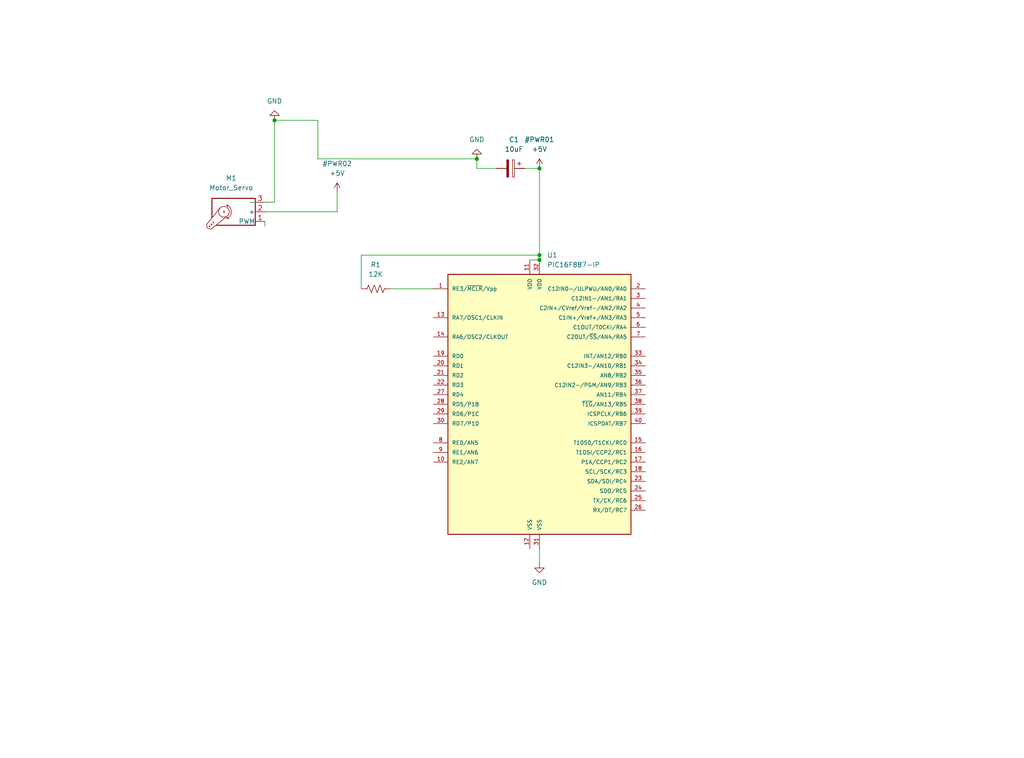
<source format=kicad_sch>
(kicad_sch (version 20230121) (generator eeschema)
  (paper "User" 270.002 200)
  (title_block (title "Basic Servo Controll with PIC16F887") (company "Ricardo Lima Caratti"))
  (lib_symbols
    (symbol "Device:C_Polarized" (pin_numbers hide) (pin_names (offset 0.254))
      (property "Reference" "C" (at 0.635 2.54 0))
      (property "Value" "C_Polarized" (at 0.635 -2.54 0))
      (symbol "C_Polarized_0_1"
        (rectangle (start -2.286 0.508) (end 2.286 1.016))
        (polyline (pts (xy -1.778 2.286) (xy -0.762 2.286)))
        (polyline (pts (xy -1.27 2.794) (xy -1.27 1.778)))
        (rectangle (start 2.286 -0.508) (end -2.286 -1.016) (fill (type outline)))
      )
      (symbol "C_Polarized_1_1"
        (pin passive line (at 0 3.81 270) (length 2.794) (name "~") (number "1"))
        (pin passive line (at 0 -3.81 90) (length 2.794) (name "~") (number "2"))
      )
    )
    (symbol "Device:R_US" (pin_numbers hide) (pin_names (offset 0))
      (property "Reference" "R" (at 2.54 0 90))
      (property "Value" "R_US" (at -2.54 0 90))
      (symbol "R_US_0_1"
        (polyline (pts (xy 0 -2.286) (xy 0 -2.54)))
        (polyline (pts (xy 0 2.286) (xy 0 2.54)))
        (polyline (pts (xy 0 -0.762) (xy 1.016 -1.143) (xy 0 -1.524) (xy -1.016 -1.905) (xy 0 -2.286)))
        (polyline (pts (xy 0 0.762) (xy 1.016 0.381) (xy 0 0) (xy -1.016 -0.381) (xy 0 -0.762)))
        (polyline (pts (xy 0 2.286) (xy 1.016 1.905) (xy 0 1.524) (xy -1.016 1.143) (xy 0 0.762)))
      )
      (symbol "R_US_1_1"
        (pin passive line (at 0 3.81 270) (length 1.27) (name "~") (number "1"))
        (pin passive line (at 0 -3.81 90) (length 1.27) (name "~") (number "2"))
      )
    )
    (symbol "MCU_Microchip_PIC16:PIC16F887-IP" (pin_names (offset 1.016))
      (property "Reference" "U" (at 6.35 38.1 0))
      (property "Value" "PIC16F887-IP" (at 6.35 35.56 0))
      (symbol "PIC16F887-IP_0_1"
        (rectangle (start -24.13 -34.29) (end 24.13 34.29) (stroke (width 0.254)) (fill (type background)))
      )
      (symbol "PIC16F887-IP_1_1"
        (pin input line (at -27.94 30.48 0) (length 3.81) (name "RE3/~{MCLR}/Vpp") (number "1"))
        (pin bidirectional line (at -27.94 -15.24 0) (length 3.81) (name "RE2/AN7") (number "10"))
        (pin power_in line (at -2.54 38.1 270) (length 3.81) (name "VDD") (number "11"))
        (pin power_in line (at -2.54 -38.1 90) (length 3.81) (name "VSS") (number "12"))
        (pin bidirectional line (at -27.94 22.86 0) (length 3.81) (name "RA7/OSC1/CLKIN") (number "13"))
        (pin bidirectional line (at -27.94 17.78 0) (length 3.81) (name "RA6/OSC2/CLKOUT") (number "14"))
        (pin bidirectional line (at 27.94 -10.16 180) (length 3.81) (name "T10S0/T1CKI/RC0") (number "15"))
        (pin bidirectional line (at 27.94 -12.7 180) (length 3.81) (name "T1OSI/CCP2/RC1") (number "16"))
        (pin bidirectional line (at 27.94 -15.24 180) (length 3.81) (name "P1A/CCP1/RC2") (number "17"))
        (pin bidirectional line (at 27.94 -17.78 180) (length 3.81) (name "SCL/SCK/RC3") (number "18"))
        (pin bidirectional line (at -27.94 12.7 0) (length 3.81) (name "RD0") (number "19"))
        (pin bidirectional line (at 27.94 30.48 180) (length 3.81) (name "C12IN0-/ULPWU/AN0/RA0") (number "2"))
        (pin bidirectional line (at -27.94 10.16 0) (length 3.81) (name "RD1") (number "20"))
        (pin bidirectional line (at -27.94 7.62 0) (length 3.81) (name "RD2") (number "21"))
        (pin bidirectional line (at -27.94 5.08 0) (length 3.81) (name "RD3") (number "22"))
        (pin bidirectional line (at 27.94 -20.32 180) (length 3.81) (name "SDA/SDI/RC4") (number "23"))
        (pin bidirectional line (at 27.94 -22.86 180) (length 3.81) (name "SDO/RC5") (number "24"))
        (pin bidirectional line (at 27.94 -25.4 180) (length 3.81) (name "TX/CK/RC6") (number "25"))
        (pin bidirectional line (at 27.94 -27.94 180) (length 3.81) (name "RX/DT/RC7") (number "26"))
        (pin bidirectional line (at -27.94 2.54 0) (length 3.81) (name "RD4") (number "27"))
        (pin bidirectional line (at -27.94 0 0) (length 3.81) (name "RD5/P1B") (number "28"))
        (pin bidirectional line (at -27.94 -2.54 0) (length 3.81) (name "RD6/P1C") (number "29"))
        (pin bidirectional line (at 27.94 27.94 180) (length 3.81) (name "C12IN1-/AN1/RA1") (number "3"))
        (pin bidirectional line (at -27.94 -5.08 0) (length 3.81) (name "RD7/P1D") (number "30"))
        (pin power_in line (at 0 -38.1 90) (length 3.81) (name "VSS") (number "31"))
        (pin power_in line (at 0 38.1 270) (length 3.81) (name "VDD") (number "32"))
        (pin bidirectional line (at 27.94 12.7 180) (length 3.81) (name "INT/AN12/RB0") (number "33"))
        (pin bidirectional line (at 27.94 10.16 180) (length 3.81) (name "C12IN3-/AN10/RB1") (number "34"))
        (pin bidirectional line (at 27.94 7.62 180) (length 3.81) (name "AN8/RB2") (number "35"))
        (pin bidirectional line (at 27.94 5.08 180) (length 3.81) (name "C12IN2-/PGM/AN9/RB3") (number "36"))
        (pin bidirectional line (at 27.94 2.54 180) (length 3.81) (name "AN11/RB4") (number "37"))
        (pin bidirectional line (at 27.94 0 180) (length 3.81) (name "~{T1G}/AN13/RB5") (number "38"))
        (pin bidirectional line (at 27.94 -2.54 180) (length 3.81) (name "ICSPCLK/RB6") (number "39"))
        (pin bidirectional line (at 27.94 25.4 180) (length 3.81) (name "C2IN+/CVref/Vref-/AN2/RA2") (number "4"))
        (pin bidirectional line (at 27.94 -5.08 180) (length 3.81) (name "ICSPDAT/RB7") (number "40"))
        (pin bidirectional line (at 27.94 22.86 180) (length 3.81) (name "C1IN+/Vref+/AN3/RA3") (number "5"))
        (pin bidirectional line (at 27.94 20.32 180) (length 3.81) (name "C1OUT/T0CKI/RA4") (number "6"))
        (pin bidirectional line (at 27.94 17.78 180) (length 3.81) (name "C2OUT/~{SS}/AN4/RA5") (number "7"))
        (pin bidirectional line (at -27.94 -10.16 0) (length 3.81) (name "RE0/AN5") (number "8"))
        (pin bidirectional line (at -27.94 -12.7 0) (length 3.81) (name "RE1/AN6") (number "9"))
      )
    )
    (symbol "Motor:Motor_Servo" (pin_names (offset 0.0254))
      (property "Reference" "M" (at -5.08 4.445 0))
      (property "Value" "Motor_Servo" (at -5.08 -4.064 0))
      (symbol "Motor_Servo_0_1"
        (polyline (pts (xy 2.413 -1.778) (xy 2.032 -1.778)))
        (polyline (pts (xy 2.413 -1.778) (xy 2.286 -1.397)))
        (polyline (pts (xy 2.413 1.778) (xy 1.905 1.778)))
        (polyline (pts (xy 2.413 1.778) (xy 2.286 1.397)))
        (polyline (pts (xy 6.35 4.445) (xy 2.54 1.27)))
        (polyline (pts (xy 7.62 3.175) (xy 4.191 -1.016)))
        (polyline (pts (xy 5.08 3.556) (xy -5.08 3.556) (xy -5.08 -3.556) (xy 6.35 -3.556) (xy 6.35 1.524)) (stroke (width 0.254)))
        (arc (start 2.413 1.778) (mid 1.2406 0) (end 2.413 -1.778))
        (circle (center 3.175 0) (radius 0.1778))
        (circle (center 3.175 0) (radius 1.4224))
        (circle (center 5.969 2.794) (radius 0.127))
        (circle (center 6.477 3.302) (radius 0.127))
        (circle (center 6.985 3.81) (radius 0.127))
        (arc (start 7.62 3.175) (mid 7.4485 4.2735) (end 6.35 4.445))
      )
      (symbol "Motor_Servo_1_1"
        (pin passive line (at -7.62 2.54 0) (length 2.54) (name "PWM") (number "1"))
        (pin passive line (at -7.62 0 0) (length 2.54) (name "+") (number "2"))
        (pin passive line (at -7.62 -2.54 0) (length 2.54) (name "-") (number "3"))
      )
    )
    (symbol "power:+5V" (power) (pin_names (offset 0))
      (property "Value" "+5V" (at 0 3.556 0))
      (symbol "+5V_0_1"
        (polyline (pts (xy -0.762 1.27) (xy 0 2.54)))
        (polyline (pts (xy 0 0) (xy 0 2.54)))
        (polyline (pts (xy 0 2.54) (xy 0.762 1.27)))
      )
      (symbol "+5V_1_1"
        (pin power_in line (at 0 0 90) (length 0) hide (name "+5V") (number "1"))
      )
    )
    (symbol "power:GND" (power) (pin_names (offset 0))
      (property "Value" "GND" (at 0 -3.81 0))
      (symbol "GND_0_1"
        (polyline (pts (xy 0 0) (xy 0 -1.27) (xy 1.27 -1.27) (xy 0 -2.54) (xy -1.27 -1.27) (xy 0 -1.27)))
      )
      (symbol "GND_1_1"
        (pin power_in line (at 0 0 270) (length 0) hide (name "GND") (number "1"))
      )
    )
  )
  (junction (at 142.24 44.45))
  (junction (at 142.24 68.58))
  (junction (at 72.39 31.75))
  (junction (at 142.24 67.31))
  (junction (at 125.73 41.91))
  (wire (pts (xy 139.7 68.58) (xy 142.24 68.58)))
  (wire (pts (xy 95.25 67.31) (xy 142.24 67.31)))
  (wire (pts (xy 69.85 55.88) (xy 88.9 55.88)))
  (wire (pts (xy 130.81 44.45) (xy 125.73 44.45)))
  (wire (pts (xy 138.43 44.45) (xy 142.24 44.45)))
  (wire (pts (xy 72.39 31.75) (xy 83.82 31.75)))
  (wire (pts (xy 142.24 67.31) (xy 142.24 68.58)))
  (wire (pts (xy 83.82 31.75) (xy 83.82 41.91)))
  (wire (pts (xy 72.39 31.75) (xy 72.39 53.34)))
  (wire (pts (xy 102.87 76.2) (xy 114.3 76.2)))
  (wire (pts (xy 142.24 144.78) (xy 142.24 148.59)))
  (wire (pts (xy 83.82 41.91) (xy 125.73 41.91)))
  (wire (pts (xy 69.85 58.42) (xy 69.85 59.69)))
  (wire (pts (xy 125.73 41.91) (xy 125.73 44.45)))
  (wire (pts (xy 69.85 53.34) (xy 72.39 53.34)))
  (wire (pts (xy 88.9 50.8) (xy 88.9 55.88)))
  (wire (pts (xy 142.24 44.45) (xy 142.24 67.31)))
  (wire (pts (xy 95.25 76.2) (xy 95.25 67.31)))
  (symbol (lib_id "Device:R_US") (at 99.06 76.2 90) (unit 1)
    (property "Reference" "R1" (at 99.06 69.85 90))
    (property "Value" "12K" (at 99.06 72.39 90))
  )
  (symbol (lib_id "Device:C_Polarized") (at 134.62 44.45 270) (unit 1)
    (property "Reference" "C1" (at 135.509 36.83 90))
    (property "Value" "10uF" (at 135.509 39.37 90))
  )
  (symbol (lib_id "power:GND") (at 142.24 148.59 0) (unit 1)
    (property "Reference" "#PWR03" (effects hide))
    (property "Value" "GND" (at 142.24 153.67 0))
  )
  (symbol (lib_id "MCU_Microchip_PIC16:PIC16F887-IP") (at 142.24 106.68 0) (unit 1)
    (property "Reference" "U1" (at 144.2594 67.31 0) (effects (justify left)))
    (property "Value" "PIC16F887-IP" (at 144.2594 69.85 0) (effects (justify left)))
    (property "Datasheet" "http://ww1.microchip.com/downloads/en/DeviceDoc/41291D.pdf" (effects hide))
  )
  (symbol (lib_id "Motor:Motor_Servo") (at 62.23 55.88 180) (unit 1)
    (property "Reference" "M1" (at 60.9711 46.99 0))
    (property "Value" "Motor_Servo" (at 60.9711 49.53 0))
    (property "Datasheet" "http://forums.parallax.com/uploads/attachments/46831/74481.png" (effects hide))
  )
  (symbol (lib_id "power:GND") (at 72.39 31.75 180) (unit 1)
    (property "Reference" "#PWR02" (effects hide))
    (property "Value" "GND" (at 72.39 26.67 0))
  )
  (symbol (lib_id "power:GND") (at 125.73 41.91 180) (unit 1)
    (property "Reference" "#PWR04" (effects hide))
    (property "Value" "GND" (at 125.73 36.83 0))
  )
  (symbol (lib_id "power:+5V") (at 142.24 44.45 0) (unit 1)
    (property "Reference" "#PWR01" (at 142.24 36.83 0))
    (property "Value" "+5V" (at 142.24 39.37 0))
  )
  (symbol (lib_id "power:+5V") (at 88.9 50.8 0) (unit 1)
    (property "Reference" "#PWR02" (at 88.9 43.18 0))
    (property "Value" "+5V" (at 88.9 45.72 0))
  )
)
</source>
